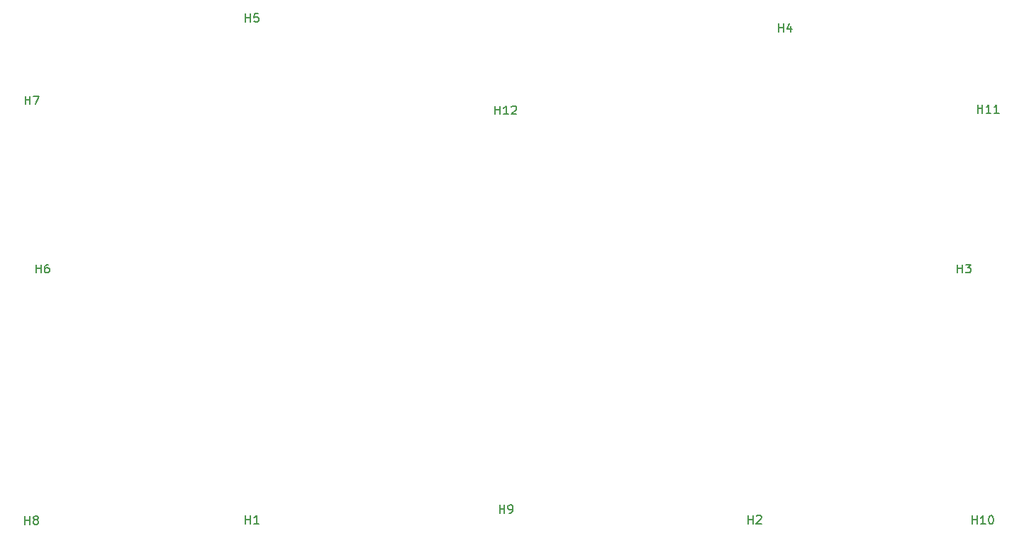
<source format=gbr>
%TF.GenerationSoftware,KiCad,Pcbnew,(6.0.9)*%
%TF.CreationDate,2022-11-23T15:21:19+02:00*%
%TF.ProjectId,case_adapter,63617365-5f61-4646-9170-7465722e6b69,rev?*%
%TF.SameCoordinates,Original*%
%TF.FileFunction,Legend,Top*%
%TF.FilePolarity,Positive*%
%FSLAX46Y46*%
G04 Gerber Fmt 4.6, Leading zero omitted, Abs format (unit mm)*
G04 Created by KiCad (PCBNEW (6.0.9)) date 2022-11-23 15:21:19*
%MOMM*%
%LPD*%
G01*
G04 APERTURE LIST*
%ADD10C,0.150000*%
%ADD11C,7.000000*%
%ADD12C,5.700000*%
%ADD13C,3.600000*%
G04 APERTURE END LIST*
D10*
%TO.C,H12*%
X134626504Y-74544180D02*
X134626504Y-73544180D01*
X134626504Y-74020371D02*
X135197933Y-74020371D01*
X135197933Y-74544180D02*
X135197933Y-73544180D01*
X136197933Y-74544180D02*
X135626504Y-74544180D01*
X135912219Y-74544180D02*
X135912219Y-73544180D01*
X135816980Y-73687038D01*
X135721742Y-73782276D01*
X135626504Y-73829895D01*
X136578885Y-73639419D02*
X136626504Y-73591800D01*
X136721742Y-73544180D01*
X136959838Y-73544180D01*
X137055076Y-73591800D01*
X137102695Y-73639419D01*
X137150314Y-73734657D01*
X137150314Y-73829895D01*
X137102695Y-73972752D01*
X136531266Y-74544180D01*
X137150314Y-74544180D01*
%TO.C,H11*%
X192233704Y-74391780D02*
X192233704Y-73391780D01*
X192233704Y-73867971D02*
X192805133Y-73867971D01*
X192805133Y-74391780D02*
X192805133Y-73391780D01*
X193805133Y-74391780D02*
X193233704Y-74391780D01*
X193519419Y-74391780D02*
X193519419Y-73391780D01*
X193424180Y-73534638D01*
X193328942Y-73629876D01*
X193233704Y-73677495D01*
X194757514Y-74391780D02*
X194186085Y-74391780D01*
X194471800Y-74391780D02*
X194471800Y-73391780D01*
X194376561Y-73534638D01*
X194281323Y-73629876D01*
X194186085Y-73677495D01*
%TO.C,H10*%
X191598704Y-123540780D02*
X191598704Y-122540780D01*
X191598704Y-123016971D02*
X192170133Y-123016971D01*
X192170133Y-123540780D02*
X192170133Y-122540780D01*
X193170133Y-123540780D02*
X192598704Y-123540780D01*
X192884419Y-123540780D02*
X192884419Y-122540780D01*
X192789180Y-122683638D01*
X192693942Y-122778876D01*
X192598704Y-122826495D01*
X193789180Y-122540780D02*
X193884419Y-122540780D01*
X193979657Y-122588400D01*
X194027276Y-122636019D01*
X194074895Y-122731257D01*
X194122514Y-122921733D01*
X194122514Y-123159828D01*
X194074895Y-123350304D01*
X194027276Y-123445542D01*
X193979657Y-123493161D01*
X193884419Y-123540780D01*
X193789180Y-123540780D01*
X193693942Y-123493161D01*
X193646323Y-123445542D01*
X193598704Y-123350304D01*
X193551085Y-123159828D01*
X193551085Y-122921733D01*
X193598704Y-122731257D01*
X193646323Y-122636019D01*
X193693942Y-122588400D01*
X193789180Y-122540780D01*
%TO.C,H9*%
X135153495Y-122245380D02*
X135153495Y-121245380D01*
X135153495Y-121721571D02*
X135724923Y-121721571D01*
X135724923Y-122245380D02*
X135724923Y-121245380D01*
X136248733Y-122245380D02*
X136439209Y-122245380D01*
X136534447Y-122197761D01*
X136582066Y-122150142D01*
X136677304Y-122007285D01*
X136724923Y-121816809D01*
X136724923Y-121435857D01*
X136677304Y-121340619D01*
X136629685Y-121293000D01*
X136534447Y-121245380D01*
X136343971Y-121245380D01*
X136248733Y-121293000D01*
X136201114Y-121340619D01*
X136153495Y-121435857D01*
X136153495Y-121673952D01*
X136201114Y-121769190D01*
X136248733Y-121816809D01*
X136343971Y-121864428D01*
X136534447Y-121864428D01*
X136629685Y-121816809D01*
X136677304Y-121769190D01*
X136724923Y-121673952D01*
%TO.C,H8*%
X78486095Y-123616980D02*
X78486095Y-122616980D01*
X78486095Y-123093171D02*
X79057523Y-123093171D01*
X79057523Y-123616980D02*
X79057523Y-122616980D01*
X79676571Y-123045552D02*
X79581333Y-122997933D01*
X79533714Y-122950314D01*
X79486095Y-122855076D01*
X79486095Y-122807457D01*
X79533714Y-122712219D01*
X79581333Y-122664600D01*
X79676571Y-122616980D01*
X79867047Y-122616980D01*
X79962285Y-122664600D01*
X80009904Y-122712219D01*
X80057523Y-122807457D01*
X80057523Y-122855076D01*
X80009904Y-122950314D01*
X79962285Y-122997933D01*
X79867047Y-123045552D01*
X79676571Y-123045552D01*
X79581333Y-123093171D01*
X79533714Y-123140790D01*
X79486095Y-123236028D01*
X79486095Y-123426504D01*
X79533714Y-123521742D01*
X79581333Y-123569361D01*
X79676571Y-123616980D01*
X79867047Y-123616980D01*
X79962285Y-123569361D01*
X80009904Y-123521742D01*
X80057523Y-123426504D01*
X80057523Y-123236028D01*
X80009904Y-123140790D01*
X79962285Y-123093171D01*
X79867047Y-123045552D01*
%TO.C,H7*%
X78511495Y-73350380D02*
X78511495Y-72350380D01*
X78511495Y-72826571D02*
X79082923Y-72826571D01*
X79082923Y-73350380D02*
X79082923Y-72350380D01*
X79463876Y-72350380D02*
X80130542Y-72350380D01*
X79701971Y-73350380D01*
%TO.C,H6*%
X79823295Y-93504980D02*
X79823295Y-92504980D01*
X79823295Y-92981171D02*
X80394723Y-92981171D01*
X80394723Y-93504980D02*
X80394723Y-92504980D01*
X81299485Y-92504980D02*
X81109009Y-92504980D01*
X81013771Y-92552600D01*
X80966152Y-92600219D01*
X80870914Y-92743076D01*
X80823295Y-92933552D01*
X80823295Y-93314504D01*
X80870914Y-93409742D01*
X80918533Y-93457361D01*
X81013771Y-93504980D01*
X81204247Y-93504980D01*
X81299485Y-93457361D01*
X81347104Y-93409742D01*
X81394723Y-93314504D01*
X81394723Y-93076409D01*
X81347104Y-92981171D01*
X81299485Y-92933552D01*
X81204247Y-92885933D01*
X81013771Y-92885933D01*
X80918533Y-92933552D01*
X80870914Y-92981171D01*
X80823295Y-93076409D01*
%TO.C,H2*%
X164823295Y-123504980D02*
X164823295Y-122504980D01*
X164823295Y-122981171D02*
X165394723Y-122981171D01*
X165394723Y-123504980D02*
X165394723Y-122504980D01*
X165823295Y-122600219D02*
X165870914Y-122552600D01*
X165966152Y-122504980D01*
X166204247Y-122504980D01*
X166299485Y-122552600D01*
X166347104Y-122600219D01*
X166394723Y-122695457D01*
X166394723Y-122790695D01*
X166347104Y-122933552D01*
X165775676Y-123504980D01*
X166394723Y-123504980D01*
%TO.C,H4*%
X168460895Y-64686580D02*
X168460895Y-63686580D01*
X168460895Y-64162771D02*
X169032323Y-64162771D01*
X169032323Y-64686580D02*
X169032323Y-63686580D01*
X169937085Y-64019914D02*
X169937085Y-64686580D01*
X169698990Y-63638961D02*
X169460895Y-64353247D01*
X170079942Y-64353247D01*
%TO.C,H5*%
X104823295Y-63504980D02*
X104823295Y-62504980D01*
X104823295Y-62981171D02*
X105394723Y-62981171D01*
X105394723Y-63504980D02*
X105394723Y-62504980D01*
X106347104Y-62504980D02*
X105870914Y-62504980D01*
X105823295Y-62981171D01*
X105870914Y-62933552D01*
X105966152Y-62885933D01*
X106204247Y-62885933D01*
X106299485Y-62933552D01*
X106347104Y-62981171D01*
X106394723Y-63076409D01*
X106394723Y-63314504D01*
X106347104Y-63409742D01*
X106299485Y-63457361D01*
X106204247Y-63504980D01*
X105966152Y-63504980D01*
X105870914Y-63457361D01*
X105823295Y-63409742D01*
%TO.C,H1*%
X104823295Y-123504980D02*
X104823295Y-122504980D01*
X104823295Y-122981171D02*
X105394723Y-122981171D01*
X105394723Y-123504980D02*
X105394723Y-122504980D01*
X106394723Y-123504980D02*
X105823295Y-123504980D01*
X106109009Y-123504980D02*
X106109009Y-122504980D01*
X106013771Y-122647838D01*
X105918533Y-122743076D01*
X105823295Y-122790695D01*
%TO.C,H3*%
X189823295Y-93504980D02*
X189823295Y-92504980D01*
X189823295Y-92981171D02*
X190394723Y-92981171D01*
X190394723Y-93504980D02*
X190394723Y-92504980D01*
X190775676Y-92504980D02*
X191394723Y-92504980D01*
X191061390Y-92885933D01*
X191204247Y-92885933D01*
X191299485Y-92933552D01*
X191347104Y-92981171D01*
X191394723Y-93076409D01*
X191394723Y-93314504D01*
X191347104Y-93409742D01*
X191299485Y-93457361D01*
X191204247Y-93504980D01*
X190918533Y-93504980D01*
X190823295Y-93457361D01*
X190775676Y-93409742D01*
%TD*%
%LPC*%
D11*
%TO.C,H12*%
X135915400Y-68884800D03*
%TD*%
%TO.C,H11*%
X196697600Y-68859400D03*
%TD*%
%TO.C,H10*%
X196672200Y-126898400D03*
%TD*%
%TO.C,H9*%
X135915400Y-126873000D03*
%TD*%
%TO.C,H8*%
X75184000Y-126873000D03*
%TD*%
%TO.C,H7*%
X75184000Y-68884800D03*
%TD*%
D12*
%TO.C,H6*%
X80585200Y-96902600D03*
D13*
X80585200Y-96902600D03*
%TD*%
%TO.C,H2*%
X165585200Y-126902600D03*
D12*
X165585200Y-126902600D03*
%TD*%
D13*
%TO.C,H4*%
X165585200Y-66902600D03*
D12*
X165585200Y-66902600D03*
%TD*%
D13*
%TO.C,H5*%
X105585200Y-66902600D03*
D12*
X105585200Y-66902600D03*
%TD*%
D13*
%TO.C,H1*%
X105585200Y-126902600D03*
D12*
X105585200Y-126902600D03*
%TD*%
%TO.C,H3*%
X190585200Y-96902600D03*
D13*
X190585200Y-96902600D03*
%TD*%
M02*

</source>
